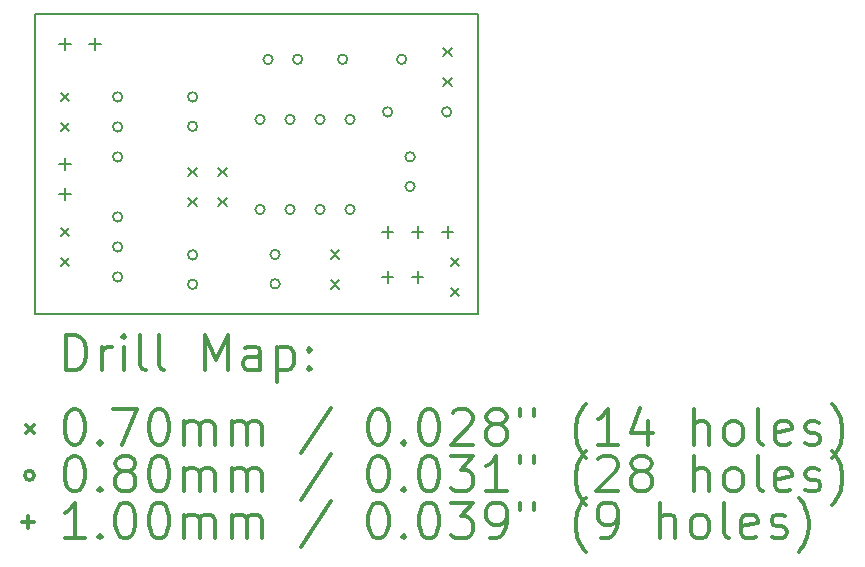
<source format=gbr>
%FSLAX45Y45*%
G04 Gerber Fmt 4.5, Leading zero omitted, Abs format (unit mm)*
G04 Created by KiCad (PCBNEW 4.0.7) date 11/30/17 15:23:18*
%MOMM*%
%LPD*%
G01*
G04 APERTURE LIST*
%ADD10C,0.127000*%
%ADD11C,0.150000*%
%ADD12C,0.200000*%
%ADD13C,0.300000*%
G04 APERTURE END LIST*
D10*
D11*
X13081000Y-7747000D02*
X13081000Y-10287000D01*
X16827500Y-7747000D02*
X13081000Y-7747000D01*
X16827500Y-10287000D02*
X16827500Y-7747000D01*
X13081000Y-10287000D02*
X16827500Y-10287000D01*
D12*
X13300000Y-8410500D02*
X13370000Y-8480500D01*
X13370000Y-8410500D02*
X13300000Y-8480500D01*
X13300000Y-8664500D02*
X13370000Y-8734500D01*
X13370000Y-8664500D02*
X13300000Y-8734500D01*
X13300000Y-9553500D02*
X13370000Y-9623500D01*
X13370000Y-9553500D02*
X13300000Y-9623500D01*
X13300000Y-9807500D02*
X13370000Y-9877500D01*
X13370000Y-9807500D02*
X13300000Y-9877500D01*
X14379500Y-9045500D02*
X14449500Y-9115500D01*
X14449500Y-9045500D02*
X14379500Y-9115500D01*
X14379500Y-9299500D02*
X14449500Y-9369500D01*
X14449500Y-9299500D02*
X14379500Y-9369500D01*
X14633500Y-9045500D02*
X14703500Y-9115500D01*
X14703500Y-9045500D02*
X14633500Y-9115500D01*
X14633500Y-9299500D02*
X14703500Y-9369500D01*
X14703500Y-9299500D02*
X14633500Y-9369500D01*
X15586000Y-9744000D02*
X15656000Y-9814000D01*
X15656000Y-9744000D02*
X15586000Y-9814000D01*
X15586000Y-9998000D02*
X15656000Y-10068000D01*
X15656000Y-9998000D02*
X15586000Y-10068000D01*
X16538500Y-8029500D02*
X16608500Y-8099500D01*
X16608500Y-8029500D02*
X16538500Y-8099500D01*
X16538500Y-8283500D02*
X16608500Y-8353500D01*
X16608500Y-8283500D02*
X16538500Y-8353500D01*
X16602000Y-9807500D02*
X16672000Y-9877500D01*
X16672000Y-9807500D02*
X16602000Y-9877500D01*
X16602000Y-10061500D02*
X16672000Y-10131500D01*
X16672000Y-10061500D02*
X16602000Y-10131500D01*
X13819500Y-8445500D02*
G75*
G03X13819500Y-8445500I-40000J0D01*
G01*
X13819500Y-8699500D02*
G75*
G03X13819500Y-8699500I-40000J0D01*
G01*
X13819500Y-8953500D02*
G75*
G03X13819500Y-8953500I-40000J0D01*
G01*
X13819500Y-9461500D02*
G75*
G03X13819500Y-9461500I-40000J0D01*
G01*
X13819500Y-9715500D02*
G75*
G03X13819500Y-9715500I-40000J0D01*
G01*
X13819500Y-9969500D02*
G75*
G03X13819500Y-9969500I-40000J0D01*
G01*
X14454500Y-8445500D02*
G75*
G03X14454500Y-8445500I-40000J0D01*
G01*
X14454500Y-8695500D02*
G75*
G03X14454500Y-8695500I-40000J0D01*
G01*
X14454500Y-9783000D02*
G75*
G03X14454500Y-9783000I-40000J0D01*
G01*
X14454500Y-10033000D02*
G75*
G03X14454500Y-10033000I-40000J0D01*
G01*
X15026000Y-8636000D02*
G75*
G03X15026000Y-8636000I-40000J0D01*
G01*
X15026000Y-9398000D02*
G75*
G03X15026000Y-9398000I-40000J0D01*
G01*
X15093500Y-8128000D02*
G75*
G03X15093500Y-8128000I-40000J0D01*
G01*
X15153000Y-9779000D02*
G75*
G03X15153000Y-9779000I-40000J0D01*
G01*
X15153000Y-10029000D02*
G75*
G03X15153000Y-10029000I-40000J0D01*
G01*
X15280000Y-8636000D02*
G75*
G03X15280000Y-8636000I-40000J0D01*
G01*
X15280000Y-9398000D02*
G75*
G03X15280000Y-9398000I-40000J0D01*
G01*
X15343500Y-8128000D02*
G75*
G03X15343500Y-8128000I-40000J0D01*
G01*
X15534000Y-8636000D02*
G75*
G03X15534000Y-8636000I-40000J0D01*
G01*
X15534000Y-9398000D02*
G75*
G03X15534000Y-9398000I-40000J0D01*
G01*
X15724500Y-8128000D02*
G75*
G03X15724500Y-8128000I-40000J0D01*
G01*
X15788000Y-8636000D02*
G75*
G03X15788000Y-8636000I-40000J0D01*
G01*
X15788000Y-9398000D02*
G75*
G03X15788000Y-9398000I-40000J0D01*
G01*
X16105500Y-8572500D02*
G75*
G03X16105500Y-8572500I-40000J0D01*
G01*
X16224500Y-8128000D02*
G75*
G03X16224500Y-8128000I-40000J0D01*
G01*
X16296000Y-8953500D02*
G75*
G03X16296000Y-8953500I-40000J0D01*
G01*
X16296000Y-9203500D02*
G75*
G03X16296000Y-9203500I-40000J0D01*
G01*
X16605500Y-8572500D02*
G75*
G03X16605500Y-8572500I-40000J0D01*
G01*
X13335000Y-7951000D02*
X13335000Y-8051000D01*
X13285000Y-8001000D02*
X13385000Y-8001000D01*
X13335000Y-8967000D02*
X13335000Y-9067000D01*
X13285000Y-9017000D02*
X13385000Y-9017000D01*
X13335000Y-9221000D02*
X13335000Y-9321000D01*
X13285000Y-9271000D02*
X13385000Y-9271000D01*
X13589000Y-7951000D02*
X13589000Y-8051000D01*
X13539000Y-8001000D02*
X13639000Y-8001000D01*
X16065500Y-9538500D02*
X16065500Y-9638500D01*
X16015500Y-9588500D02*
X16115500Y-9588500D01*
X16065500Y-9919500D02*
X16065500Y-10019500D01*
X16015500Y-9969500D02*
X16115500Y-9969500D01*
X16319500Y-9538500D02*
X16319500Y-9638500D01*
X16269500Y-9588500D02*
X16369500Y-9588500D01*
X16319500Y-9919500D02*
X16319500Y-10019500D01*
X16269500Y-9969500D02*
X16369500Y-9969500D01*
X16573500Y-9538500D02*
X16573500Y-9638500D01*
X16523500Y-9588500D02*
X16623500Y-9588500D01*
D13*
X13344928Y-10760214D02*
X13344928Y-10460214D01*
X13416357Y-10460214D01*
X13459214Y-10474500D01*
X13487786Y-10503072D01*
X13502071Y-10531643D01*
X13516357Y-10588786D01*
X13516357Y-10631643D01*
X13502071Y-10688786D01*
X13487786Y-10717357D01*
X13459214Y-10745929D01*
X13416357Y-10760214D01*
X13344928Y-10760214D01*
X13644928Y-10760214D02*
X13644928Y-10560214D01*
X13644928Y-10617357D02*
X13659214Y-10588786D01*
X13673500Y-10574500D01*
X13702071Y-10560214D01*
X13730643Y-10560214D01*
X13830643Y-10760214D02*
X13830643Y-10560214D01*
X13830643Y-10460214D02*
X13816357Y-10474500D01*
X13830643Y-10488786D01*
X13844928Y-10474500D01*
X13830643Y-10460214D01*
X13830643Y-10488786D01*
X14016357Y-10760214D02*
X13987786Y-10745929D01*
X13973500Y-10717357D01*
X13973500Y-10460214D01*
X14173500Y-10760214D02*
X14144928Y-10745929D01*
X14130643Y-10717357D01*
X14130643Y-10460214D01*
X14516357Y-10760214D02*
X14516357Y-10460214D01*
X14616357Y-10674500D01*
X14716357Y-10460214D01*
X14716357Y-10760214D01*
X14987786Y-10760214D02*
X14987786Y-10603072D01*
X14973500Y-10574500D01*
X14944928Y-10560214D01*
X14887786Y-10560214D01*
X14859214Y-10574500D01*
X14987786Y-10745929D02*
X14959214Y-10760214D01*
X14887786Y-10760214D01*
X14859214Y-10745929D01*
X14844928Y-10717357D01*
X14844928Y-10688786D01*
X14859214Y-10660214D01*
X14887786Y-10645929D01*
X14959214Y-10645929D01*
X14987786Y-10631643D01*
X15130643Y-10560214D02*
X15130643Y-10860214D01*
X15130643Y-10574500D02*
X15159214Y-10560214D01*
X15216357Y-10560214D01*
X15244928Y-10574500D01*
X15259214Y-10588786D01*
X15273500Y-10617357D01*
X15273500Y-10703072D01*
X15259214Y-10731643D01*
X15244928Y-10745929D01*
X15216357Y-10760214D01*
X15159214Y-10760214D01*
X15130643Y-10745929D01*
X15402071Y-10731643D02*
X15416357Y-10745929D01*
X15402071Y-10760214D01*
X15387786Y-10745929D01*
X15402071Y-10731643D01*
X15402071Y-10760214D01*
X15402071Y-10574500D02*
X15416357Y-10588786D01*
X15402071Y-10603072D01*
X15387786Y-10588786D01*
X15402071Y-10574500D01*
X15402071Y-10603072D01*
X13003500Y-11219500D02*
X13073500Y-11289500D01*
X13073500Y-11219500D02*
X13003500Y-11289500D01*
X13402071Y-11090214D02*
X13430643Y-11090214D01*
X13459214Y-11104500D01*
X13473500Y-11118786D01*
X13487786Y-11147357D01*
X13502071Y-11204500D01*
X13502071Y-11275929D01*
X13487786Y-11333071D01*
X13473500Y-11361643D01*
X13459214Y-11375929D01*
X13430643Y-11390214D01*
X13402071Y-11390214D01*
X13373500Y-11375929D01*
X13359214Y-11361643D01*
X13344928Y-11333071D01*
X13330643Y-11275929D01*
X13330643Y-11204500D01*
X13344928Y-11147357D01*
X13359214Y-11118786D01*
X13373500Y-11104500D01*
X13402071Y-11090214D01*
X13630643Y-11361643D02*
X13644928Y-11375929D01*
X13630643Y-11390214D01*
X13616357Y-11375929D01*
X13630643Y-11361643D01*
X13630643Y-11390214D01*
X13744928Y-11090214D02*
X13944928Y-11090214D01*
X13816357Y-11390214D01*
X14116357Y-11090214D02*
X14144928Y-11090214D01*
X14173500Y-11104500D01*
X14187786Y-11118786D01*
X14202071Y-11147357D01*
X14216357Y-11204500D01*
X14216357Y-11275929D01*
X14202071Y-11333071D01*
X14187786Y-11361643D01*
X14173500Y-11375929D01*
X14144928Y-11390214D01*
X14116357Y-11390214D01*
X14087786Y-11375929D01*
X14073500Y-11361643D01*
X14059214Y-11333071D01*
X14044928Y-11275929D01*
X14044928Y-11204500D01*
X14059214Y-11147357D01*
X14073500Y-11118786D01*
X14087786Y-11104500D01*
X14116357Y-11090214D01*
X14344928Y-11390214D02*
X14344928Y-11190214D01*
X14344928Y-11218786D02*
X14359214Y-11204500D01*
X14387786Y-11190214D01*
X14430643Y-11190214D01*
X14459214Y-11204500D01*
X14473500Y-11233071D01*
X14473500Y-11390214D01*
X14473500Y-11233071D02*
X14487786Y-11204500D01*
X14516357Y-11190214D01*
X14559214Y-11190214D01*
X14587786Y-11204500D01*
X14602071Y-11233071D01*
X14602071Y-11390214D01*
X14744928Y-11390214D02*
X14744928Y-11190214D01*
X14744928Y-11218786D02*
X14759214Y-11204500D01*
X14787786Y-11190214D01*
X14830643Y-11190214D01*
X14859214Y-11204500D01*
X14873500Y-11233071D01*
X14873500Y-11390214D01*
X14873500Y-11233071D02*
X14887786Y-11204500D01*
X14916357Y-11190214D01*
X14959214Y-11190214D01*
X14987786Y-11204500D01*
X15002071Y-11233071D01*
X15002071Y-11390214D01*
X15587786Y-11075929D02*
X15330643Y-11461643D01*
X15973500Y-11090214D02*
X16002071Y-11090214D01*
X16030643Y-11104500D01*
X16044928Y-11118786D01*
X16059214Y-11147357D01*
X16073500Y-11204500D01*
X16073500Y-11275929D01*
X16059214Y-11333071D01*
X16044928Y-11361643D01*
X16030643Y-11375929D01*
X16002071Y-11390214D01*
X15973500Y-11390214D01*
X15944928Y-11375929D01*
X15930643Y-11361643D01*
X15916357Y-11333071D01*
X15902071Y-11275929D01*
X15902071Y-11204500D01*
X15916357Y-11147357D01*
X15930643Y-11118786D01*
X15944928Y-11104500D01*
X15973500Y-11090214D01*
X16202071Y-11361643D02*
X16216357Y-11375929D01*
X16202071Y-11390214D01*
X16187786Y-11375929D01*
X16202071Y-11361643D01*
X16202071Y-11390214D01*
X16402071Y-11090214D02*
X16430643Y-11090214D01*
X16459214Y-11104500D01*
X16473500Y-11118786D01*
X16487785Y-11147357D01*
X16502071Y-11204500D01*
X16502071Y-11275929D01*
X16487785Y-11333071D01*
X16473500Y-11361643D01*
X16459214Y-11375929D01*
X16430643Y-11390214D01*
X16402071Y-11390214D01*
X16373500Y-11375929D01*
X16359214Y-11361643D01*
X16344928Y-11333071D01*
X16330643Y-11275929D01*
X16330643Y-11204500D01*
X16344928Y-11147357D01*
X16359214Y-11118786D01*
X16373500Y-11104500D01*
X16402071Y-11090214D01*
X16616357Y-11118786D02*
X16630643Y-11104500D01*
X16659214Y-11090214D01*
X16730643Y-11090214D01*
X16759214Y-11104500D01*
X16773500Y-11118786D01*
X16787786Y-11147357D01*
X16787786Y-11175929D01*
X16773500Y-11218786D01*
X16602071Y-11390214D01*
X16787786Y-11390214D01*
X16959214Y-11218786D02*
X16930643Y-11204500D01*
X16916357Y-11190214D01*
X16902071Y-11161643D01*
X16902071Y-11147357D01*
X16916357Y-11118786D01*
X16930643Y-11104500D01*
X16959214Y-11090214D01*
X17016357Y-11090214D01*
X17044928Y-11104500D01*
X17059214Y-11118786D01*
X17073500Y-11147357D01*
X17073500Y-11161643D01*
X17059214Y-11190214D01*
X17044928Y-11204500D01*
X17016357Y-11218786D01*
X16959214Y-11218786D01*
X16930643Y-11233071D01*
X16916357Y-11247357D01*
X16902071Y-11275929D01*
X16902071Y-11333071D01*
X16916357Y-11361643D01*
X16930643Y-11375929D01*
X16959214Y-11390214D01*
X17016357Y-11390214D01*
X17044928Y-11375929D01*
X17059214Y-11361643D01*
X17073500Y-11333071D01*
X17073500Y-11275929D01*
X17059214Y-11247357D01*
X17044928Y-11233071D01*
X17016357Y-11218786D01*
X17187786Y-11090214D02*
X17187786Y-11147357D01*
X17302071Y-11090214D02*
X17302071Y-11147357D01*
X17744928Y-11504500D02*
X17730643Y-11490214D01*
X17702071Y-11447357D01*
X17687786Y-11418786D01*
X17673500Y-11375929D01*
X17659214Y-11304500D01*
X17659214Y-11247357D01*
X17673500Y-11175929D01*
X17687786Y-11133072D01*
X17702071Y-11104500D01*
X17730643Y-11061643D01*
X17744928Y-11047357D01*
X18016357Y-11390214D02*
X17844928Y-11390214D01*
X17930643Y-11390214D02*
X17930643Y-11090214D01*
X17902071Y-11133072D01*
X17873500Y-11161643D01*
X17844928Y-11175929D01*
X18273500Y-11190214D02*
X18273500Y-11390214D01*
X18202071Y-11075929D02*
X18130643Y-11290214D01*
X18316357Y-11290214D01*
X18659214Y-11390214D02*
X18659214Y-11090214D01*
X18787786Y-11390214D02*
X18787786Y-11233071D01*
X18773500Y-11204500D01*
X18744928Y-11190214D01*
X18702071Y-11190214D01*
X18673500Y-11204500D01*
X18659214Y-11218786D01*
X18973500Y-11390214D02*
X18944928Y-11375929D01*
X18930643Y-11361643D01*
X18916357Y-11333071D01*
X18916357Y-11247357D01*
X18930643Y-11218786D01*
X18944928Y-11204500D01*
X18973500Y-11190214D01*
X19016357Y-11190214D01*
X19044928Y-11204500D01*
X19059214Y-11218786D01*
X19073500Y-11247357D01*
X19073500Y-11333071D01*
X19059214Y-11361643D01*
X19044928Y-11375929D01*
X19016357Y-11390214D01*
X18973500Y-11390214D01*
X19244928Y-11390214D02*
X19216357Y-11375929D01*
X19202071Y-11347357D01*
X19202071Y-11090214D01*
X19473500Y-11375929D02*
X19444929Y-11390214D01*
X19387786Y-11390214D01*
X19359214Y-11375929D01*
X19344929Y-11347357D01*
X19344929Y-11233071D01*
X19359214Y-11204500D01*
X19387786Y-11190214D01*
X19444929Y-11190214D01*
X19473500Y-11204500D01*
X19487786Y-11233071D01*
X19487786Y-11261643D01*
X19344929Y-11290214D01*
X19602071Y-11375929D02*
X19630643Y-11390214D01*
X19687786Y-11390214D01*
X19716357Y-11375929D01*
X19730643Y-11347357D01*
X19730643Y-11333071D01*
X19716357Y-11304500D01*
X19687786Y-11290214D01*
X19644929Y-11290214D01*
X19616357Y-11275929D01*
X19602071Y-11247357D01*
X19602071Y-11233071D01*
X19616357Y-11204500D01*
X19644929Y-11190214D01*
X19687786Y-11190214D01*
X19716357Y-11204500D01*
X19830643Y-11504500D02*
X19844929Y-11490214D01*
X19873500Y-11447357D01*
X19887786Y-11418786D01*
X19902071Y-11375929D01*
X19916357Y-11304500D01*
X19916357Y-11247357D01*
X19902071Y-11175929D01*
X19887786Y-11133072D01*
X19873500Y-11104500D01*
X19844929Y-11061643D01*
X19830643Y-11047357D01*
X13073500Y-11650500D02*
G75*
G03X13073500Y-11650500I-40000J0D01*
G01*
X13402071Y-11486214D02*
X13430643Y-11486214D01*
X13459214Y-11500500D01*
X13473500Y-11514786D01*
X13487786Y-11543357D01*
X13502071Y-11600500D01*
X13502071Y-11671929D01*
X13487786Y-11729071D01*
X13473500Y-11757643D01*
X13459214Y-11771929D01*
X13430643Y-11786214D01*
X13402071Y-11786214D01*
X13373500Y-11771929D01*
X13359214Y-11757643D01*
X13344928Y-11729071D01*
X13330643Y-11671929D01*
X13330643Y-11600500D01*
X13344928Y-11543357D01*
X13359214Y-11514786D01*
X13373500Y-11500500D01*
X13402071Y-11486214D01*
X13630643Y-11757643D02*
X13644928Y-11771929D01*
X13630643Y-11786214D01*
X13616357Y-11771929D01*
X13630643Y-11757643D01*
X13630643Y-11786214D01*
X13816357Y-11614786D02*
X13787786Y-11600500D01*
X13773500Y-11586214D01*
X13759214Y-11557643D01*
X13759214Y-11543357D01*
X13773500Y-11514786D01*
X13787786Y-11500500D01*
X13816357Y-11486214D01*
X13873500Y-11486214D01*
X13902071Y-11500500D01*
X13916357Y-11514786D01*
X13930643Y-11543357D01*
X13930643Y-11557643D01*
X13916357Y-11586214D01*
X13902071Y-11600500D01*
X13873500Y-11614786D01*
X13816357Y-11614786D01*
X13787786Y-11629071D01*
X13773500Y-11643357D01*
X13759214Y-11671929D01*
X13759214Y-11729071D01*
X13773500Y-11757643D01*
X13787786Y-11771929D01*
X13816357Y-11786214D01*
X13873500Y-11786214D01*
X13902071Y-11771929D01*
X13916357Y-11757643D01*
X13930643Y-11729071D01*
X13930643Y-11671929D01*
X13916357Y-11643357D01*
X13902071Y-11629071D01*
X13873500Y-11614786D01*
X14116357Y-11486214D02*
X14144928Y-11486214D01*
X14173500Y-11500500D01*
X14187786Y-11514786D01*
X14202071Y-11543357D01*
X14216357Y-11600500D01*
X14216357Y-11671929D01*
X14202071Y-11729071D01*
X14187786Y-11757643D01*
X14173500Y-11771929D01*
X14144928Y-11786214D01*
X14116357Y-11786214D01*
X14087786Y-11771929D01*
X14073500Y-11757643D01*
X14059214Y-11729071D01*
X14044928Y-11671929D01*
X14044928Y-11600500D01*
X14059214Y-11543357D01*
X14073500Y-11514786D01*
X14087786Y-11500500D01*
X14116357Y-11486214D01*
X14344928Y-11786214D02*
X14344928Y-11586214D01*
X14344928Y-11614786D02*
X14359214Y-11600500D01*
X14387786Y-11586214D01*
X14430643Y-11586214D01*
X14459214Y-11600500D01*
X14473500Y-11629071D01*
X14473500Y-11786214D01*
X14473500Y-11629071D02*
X14487786Y-11600500D01*
X14516357Y-11586214D01*
X14559214Y-11586214D01*
X14587786Y-11600500D01*
X14602071Y-11629071D01*
X14602071Y-11786214D01*
X14744928Y-11786214D02*
X14744928Y-11586214D01*
X14744928Y-11614786D02*
X14759214Y-11600500D01*
X14787786Y-11586214D01*
X14830643Y-11586214D01*
X14859214Y-11600500D01*
X14873500Y-11629071D01*
X14873500Y-11786214D01*
X14873500Y-11629071D02*
X14887786Y-11600500D01*
X14916357Y-11586214D01*
X14959214Y-11586214D01*
X14987786Y-11600500D01*
X15002071Y-11629071D01*
X15002071Y-11786214D01*
X15587786Y-11471929D02*
X15330643Y-11857643D01*
X15973500Y-11486214D02*
X16002071Y-11486214D01*
X16030643Y-11500500D01*
X16044928Y-11514786D01*
X16059214Y-11543357D01*
X16073500Y-11600500D01*
X16073500Y-11671929D01*
X16059214Y-11729071D01*
X16044928Y-11757643D01*
X16030643Y-11771929D01*
X16002071Y-11786214D01*
X15973500Y-11786214D01*
X15944928Y-11771929D01*
X15930643Y-11757643D01*
X15916357Y-11729071D01*
X15902071Y-11671929D01*
X15902071Y-11600500D01*
X15916357Y-11543357D01*
X15930643Y-11514786D01*
X15944928Y-11500500D01*
X15973500Y-11486214D01*
X16202071Y-11757643D02*
X16216357Y-11771929D01*
X16202071Y-11786214D01*
X16187786Y-11771929D01*
X16202071Y-11757643D01*
X16202071Y-11786214D01*
X16402071Y-11486214D02*
X16430643Y-11486214D01*
X16459214Y-11500500D01*
X16473500Y-11514786D01*
X16487785Y-11543357D01*
X16502071Y-11600500D01*
X16502071Y-11671929D01*
X16487785Y-11729071D01*
X16473500Y-11757643D01*
X16459214Y-11771929D01*
X16430643Y-11786214D01*
X16402071Y-11786214D01*
X16373500Y-11771929D01*
X16359214Y-11757643D01*
X16344928Y-11729071D01*
X16330643Y-11671929D01*
X16330643Y-11600500D01*
X16344928Y-11543357D01*
X16359214Y-11514786D01*
X16373500Y-11500500D01*
X16402071Y-11486214D01*
X16602071Y-11486214D02*
X16787786Y-11486214D01*
X16687785Y-11600500D01*
X16730643Y-11600500D01*
X16759214Y-11614786D01*
X16773500Y-11629071D01*
X16787786Y-11657643D01*
X16787786Y-11729071D01*
X16773500Y-11757643D01*
X16759214Y-11771929D01*
X16730643Y-11786214D01*
X16644928Y-11786214D01*
X16616357Y-11771929D01*
X16602071Y-11757643D01*
X17073500Y-11786214D02*
X16902071Y-11786214D01*
X16987786Y-11786214D02*
X16987786Y-11486214D01*
X16959214Y-11529071D01*
X16930643Y-11557643D01*
X16902071Y-11571929D01*
X17187786Y-11486214D02*
X17187786Y-11543357D01*
X17302071Y-11486214D02*
X17302071Y-11543357D01*
X17744928Y-11900500D02*
X17730643Y-11886214D01*
X17702071Y-11843357D01*
X17687786Y-11814786D01*
X17673500Y-11771929D01*
X17659214Y-11700500D01*
X17659214Y-11643357D01*
X17673500Y-11571929D01*
X17687786Y-11529071D01*
X17702071Y-11500500D01*
X17730643Y-11457643D01*
X17744928Y-11443357D01*
X17844928Y-11514786D02*
X17859214Y-11500500D01*
X17887786Y-11486214D01*
X17959214Y-11486214D01*
X17987786Y-11500500D01*
X18002071Y-11514786D01*
X18016357Y-11543357D01*
X18016357Y-11571929D01*
X18002071Y-11614786D01*
X17830643Y-11786214D01*
X18016357Y-11786214D01*
X18187786Y-11614786D02*
X18159214Y-11600500D01*
X18144928Y-11586214D01*
X18130643Y-11557643D01*
X18130643Y-11543357D01*
X18144928Y-11514786D01*
X18159214Y-11500500D01*
X18187786Y-11486214D01*
X18244928Y-11486214D01*
X18273500Y-11500500D01*
X18287786Y-11514786D01*
X18302071Y-11543357D01*
X18302071Y-11557643D01*
X18287786Y-11586214D01*
X18273500Y-11600500D01*
X18244928Y-11614786D01*
X18187786Y-11614786D01*
X18159214Y-11629071D01*
X18144928Y-11643357D01*
X18130643Y-11671929D01*
X18130643Y-11729071D01*
X18144928Y-11757643D01*
X18159214Y-11771929D01*
X18187786Y-11786214D01*
X18244928Y-11786214D01*
X18273500Y-11771929D01*
X18287786Y-11757643D01*
X18302071Y-11729071D01*
X18302071Y-11671929D01*
X18287786Y-11643357D01*
X18273500Y-11629071D01*
X18244928Y-11614786D01*
X18659214Y-11786214D02*
X18659214Y-11486214D01*
X18787786Y-11786214D02*
X18787786Y-11629071D01*
X18773500Y-11600500D01*
X18744928Y-11586214D01*
X18702071Y-11586214D01*
X18673500Y-11600500D01*
X18659214Y-11614786D01*
X18973500Y-11786214D02*
X18944928Y-11771929D01*
X18930643Y-11757643D01*
X18916357Y-11729071D01*
X18916357Y-11643357D01*
X18930643Y-11614786D01*
X18944928Y-11600500D01*
X18973500Y-11586214D01*
X19016357Y-11586214D01*
X19044928Y-11600500D01*
X19059214Y-11614786D01*
X19073500Y-11643357D01*
X19073500Y-11729071D01*
X19059214Y-11757643D01*
X19044928Y-11771929D01*
X19016357Y-11786214D01*
X18973500Y-11786214D01*
X19244928Y-11786214D02*
X19216357Y-11771929D01*
X19202071Y-11743357D01*
X19202071Y-11486214D01*
X19473500Y-11771929D02*
X19444929Y-11786214D01*
X19387786Y-11786214D01*
X19359214Y-11771929D01*
X19344929Y-11743357D01*
X19344929Y-11629071D01*
X19359214Y-11600500D01*
X19387786Y-11586214D01*
X19444929Y-11586214D01*
X19473500Y-11600500D01*
X19487786Y-11629071D01*
X19487786Y-11657643D01*
X19344929Y-11686214D01*
X19602071Y-11771929D02*
X19630643Y-11786214D01*
X19687786Y-11786214D01*
X19716357Y-11771929D01*
X19730643Y-11743357D01*
X19730643Y-11729071D01*
X19716357Y-11700500D01*
X19687786Y-11686214D01*
X19644929Y-11686214D01*
X19616357Y-11671929D01*
X19602071Y-11643357D01*
X19602071Y-11629071D01*
X19616357Y-11600500D01*
X19644929Y-11586214D01*
X19687786Y-11586214D01*
X19716357Y-11600500D01*
X19830643Y-11900500D02*
X19844929Y-11886214D01*
X19873500Y-11843357D01*
X19887786Y-11814786D01*
X19902071Y-11771929D01*
X19916357Y-11700500D01*
X19916357Y-11643357D01*
X19902071Y-11571929D01*
X19887786Y-11529071D01*
X19873500Y-11500500D01*
X19844929Y-11457643D01*
X19830643Y-11443357D01*
X13023500Y-11996500D02*
X13023500Y-12096500D01*
X12973500Y-12046500D02*
X13073500Y-12046500D01*
X13502071Y-12182214D02*
X13330643Y-12182214D01*
X13416357Y-12182214D02*
X13416357Y-11882214D01*
X13387786Y-11925071D01*
X13359214Y-11953643D01*
X13330643Y-11967929D01*
X13630643Y-12153643D02*
X13644928Y-12167929D01*
X13630643Y-12182214D01*
X13616357Y-12167929D01*
X13630643Y-12153643D01*
X13630643Y-12182214D01*
X13830643Y-11882214D02*
X13859214Y-11882214D01*
X13887786Y-11896500D01*
X13902071Y-11910786D01*
X13916357Y-11939357D01*
X13930643Y-11996500D01*
X13930643Y-12067929D01*
X13916357Y-12125071D01*
X13902071Y-12153643D01*
X13887786Y-12167929D01*
X13859214Y-12182214D01*
X13830643Y-12182214D01*
X13802071Y-12167929D01*
X13787786Y-12153643D01*
X13773500Y-12125071D01*
X13759214Y-12067929D01*
X13759214Y-11996500D01*
X13773500Y-11939357D01*
X13787786Y-11910786D01*
X13802071Y-11896500D01*
X13830643Y-11882214D01*
X14116357Y-11882214D02*
X14144928Y-11882214D01*
X14173500Y-11896500D01*
X14187786Y-11910786D01*
X14202071Y-11939357D01*
X14216357Y-11996500D01*
X14216357Y-12067929D01*
X14202071Y-12125071D01*
X14187786Y-12153643D01*
X14173500Y-12167929D01*
X14144928Y-12182214D01*
X14116357Y-12182214D01*
X14087786Y-12167929D01*
X14073500Y-12153643D01*
X14059214Y-12125071D01*
X14044928Y-12067929D01*
X14044928Y-11996500D01*
X14059214Y-11939357D01*
X14073500Y-11910786D01*
X14087786Y-11896500D01*
X14116357Y-11882214D01*
X14344928Y-12182214D02*
X14344928Y-11982214D01*
X14344928Y-12010786D02*
X14359214Y-11996500D01*
X14387786Y-11982214D01*
X14430643Y-11982214D01*
X14459214Y-11996500D01*
X14473500Y-12025071D01*
X14473500Y-12182214D01*
X14473500Y-12025071D02*
X14487786Y-11996500D01*
X14516357Y-11982214D01*
X14559214Y-11982214D01*
X14587786Y-11996500D01*
X14602071Y-12025071D01*
X14602071Y-12182214D01*
X14744928Y-12182214D02*
X14744928Y-11982214D01*
X14744928Y-12010786D02*
X14759214Y-11996500D01*
X14787786Y-11982214D01*
X14830643Y-11982214D01*
X14859214Y-11996500D01*
X14873500Y-12025071D01*
X14873500Y-12182214D01*
X14873500Y-12025071D02*
X14887786Y-11996500D01*
X14916357Y-11982214D01*
X14959214Y-11982214D01*
X14987786Y-11996500D01*
X15002071Y-12025071D01*
X15002071Y-12182214D01*
X15587786Y-11867929D02*
X15330643Y-12253643D01*
X15973500Y-11882214D02*
X16002071Y-11882214D01*
X16030643Y-11896500D01*
X16044928Y-11910786D01*
X16059214Y-11939357D01*
X16073500Y-11996500D01*
X16073500Y-12067929D01*
X16059214Y-12125071D01*
X16044928Y-12153643D01*
X16030643Y-12167929D01*
X16002071Y-12182214D01*
X15973500Y-12182214D01*
X15944928Y-12167929D01*
X15930643Y-12153643D01*
X15916357Y-12125071D01*
X15902071Y-12067929D01*
X15902071Y-11996500D01*
X15916357Y-11939357D01*
X15930643Y-11910786D01*
X15944928Y-11896500D01*
X15973500Y-11882214D01*
X16202071Y-12153643D02*
X16216357Y-12167929D01*
X16202071Y-12182214D01*
X16187786Y-12167929D01*
X16202071Y-12153643D01*
X16202071Y-12182214D01*
X16402071Y-11882214D02*
X16430643Y-11882214D01*
X16459214Y-11896500D01*
X16473500Y-11910786D01*
X16487785Y-11939357D01*
X16502071Y-11996500D01*
X16502071Y-12067929D01*
X16487785Y-12125071D01*
X16473500Y-12153643D01*
X16459214Y-12167929D01*
X16430643Y-12182214D01*
X16402071Y-12182214D01*
X16373500Y-12167929D01*
X16359214Y-12153643D01*
X16344928Y-12125071D01*
X16330643Y-12067929D01*
X16330643Y-11996500D01*
X16344928Y-11939357D01*
X16359214Y-11910786D01*
X16373500Y-11896500D01*
X16402071Y-11882214D01*
X16602071Y-11882214D02*
X16787786Y-11882214D01*
X16687785Y-11996500D01*
X16730643Y-11996500D01*
X16759214Y-12010786D01*
X16773500Y-12025071D01*
X16787786Y-12053643D01*
X16787786Y-12125071D01*
X16773500Y-12153643D01*
X16759214Y-12167929D01*
X16730643Y-12182214D01*
X16644928Y-12182214D01*
X16616357Y-12167929D01*
X16602071Y-12153643D01*
X16930643Y-12182214D02*
X16987786Y-12182214D01*
X17016357Y-12167929D01*
X17030643Y-12153643D01*
X17059214Y-12110786D01*
X17073500Y-12053643D01*
X17073500Y-11939357D01*
X17059214Y-11910786D01*
X17044928Y-11896500D01*
X17016357Y-11882214D01*
X16959214Y-11882214D01*
X16930643Y-11896500D01*
X16916357Y-11910786D01*
X16902071Y-11939357D01*
X16902071Y-12010786D01*
X16916357Y-12039357D01*
X16930643Y-12053643D01*
X16959214Y-12067929D01*
X17016357Y-12067929D01*
X17044928Y-12053643D01*
X17059214Y-12039357D01*
X17073500Y-12010786D01*
X17187786Y-11882214D02*
X17187786Y-11939357D01*
X17302071Y-11882214D02*
X17302071Y-11939357D01*
X17744928Y-12296500D02*
X17730643Y-12282214D01*
X17702071Y-12239357D01*
X17687786Y-12210786D01*
X17673500Y-12167929D01*
X17659214Y-12096500D01*
X17659214Y-12039357D01*
X17673500Y-11967929D01*
X17687786Y-11925071D01*
X17702071Y-11896500D01*
X17730643Y-11853643D01*
X17744928Y-11839357D01*
X17873500Y-12182214D02*
X17930643Y-12182214D01*
X17959214Y-12167929D01*
X17973500Y-12153643D01*
X18002071Y-12110786D01*
X18016357Y-12053643D01*
X18016357Y-11939357D01*
X18002071Y-11910786D01*
X17987786Y-11896500D01*
X17959214Y-11882214D01*
X17902071Y-11882214D01*
X17873500Y-11896500D01*
X17859214Y-11910786D01*
X17844928Y-11939357D01*
X17844928Y-12010786D01*
X17859214Y-12039357D01*
X17873500Y-12053643D01*
X17902071Y-12067929D01*
X17959214Y-12067929D01*
X17987786Y-12053643D01*
X18002071Y-12039357D01*
X18016357Y-12010786D01*
X18373500Y-12182214D02*
X18373500Y-11882214D01*
X18502071Y-12182214D02*
X18502071Y-12025071D01*
X18487786Y-11996500D01*
X18459214Y-11982214D01*
X18416357Y-11982214D01*
X18387786Y-11996500D01*
X18373500Y-12010786D01*
X18687786Y-12182214D02*
X18659214Y-12167929D01*
X18644928Y-12153643D01*
X18630643Y-12125071D01*
X18630643Y-12039357D01*
X18644928Y-12010786D01*
X18659214Y-11996500D01*
X18687786Y-11982214D01*
X18730643Y-11982214D01*
X18759214Y-11996500D01*
X18773500Y-12010786D01*
X18787786Y-12039357D01*
X18787786Y-12125071D01*
X18773500Y-12153643D01*
X18759214Y-12167929D01*
X18730643Y-12182214D01*
X18687786Y-12182214D01*
X18959214Y-12182214D02*
X18930643Y-12167929D01*
X18916357Y-12139357D01*
X18916357Y-11882214D01*
X19187786Y-12167929D02*
X19159214Y-12182214D01*
X19102071Y-12182214D01*
X19073500Y-12167929D01*
X19059214Y-12139357D01*
X19059214Y-12025071D01*
X19073500Y-11996500D01*
X19102071Y-11982214D01*
X19159214Y-11982214D01*
X19187786Y-11996500D01*
X19202071Y-12025071D01*
X19202071Y-12053643D01*
X19059214Y-12082214D01*
X19316357Y-12167929D02*
X19344929Y-12182214D01*
X19402071Y-12182214D01*
X19430643Y-12167929D01*
X19444929Y-12139357D01*
X19444929Y-12125071D01*
X19430643Y-12096500D01*
X19402071Y-12082214D01*
X19359214Y-12082214D01*
X19330643Y-12067929D01*
X19316357Y-12039357D01*
X19316357Y-12025071D01*
X19330643Y-11996500D01*
X19359214Y-11982214D01*
X19402071Y-11982214D01*
X19430643Y-11996500D01*
X19544928Y-12296500D02*
X19559214Y-12282214D01*
X19587786Y-12239357D01*
X19602071Y-12210786D01*
X19616357Y-12167929D01*
X19630643Y-12096500D01*
X19630643Y-12039357D01*
X19616357Y-11967929D01*
X19602071Y-11925071D01*
X19587786Y-11896500D01*
X19559214Y-11853643D01*
X19544928Y-11839357D01*
M02*

</source>
